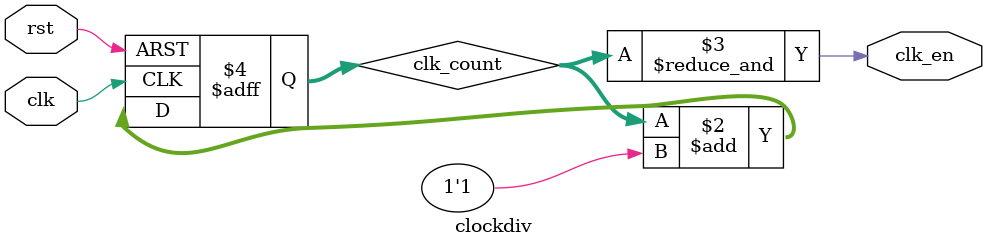
<source format=v>
module clockdiv(
	input clk,
	input rst,
	output clk_en
);

	reg [1:0] clk_count;

	always @ (posedge clk, posedge rst)
	begin
		if (rst) clk_count <= 0;
		else
			clk_count <= clk_count+1'b1;
	end

	assign clk_en = &clk_count;

endmodule

</source>
